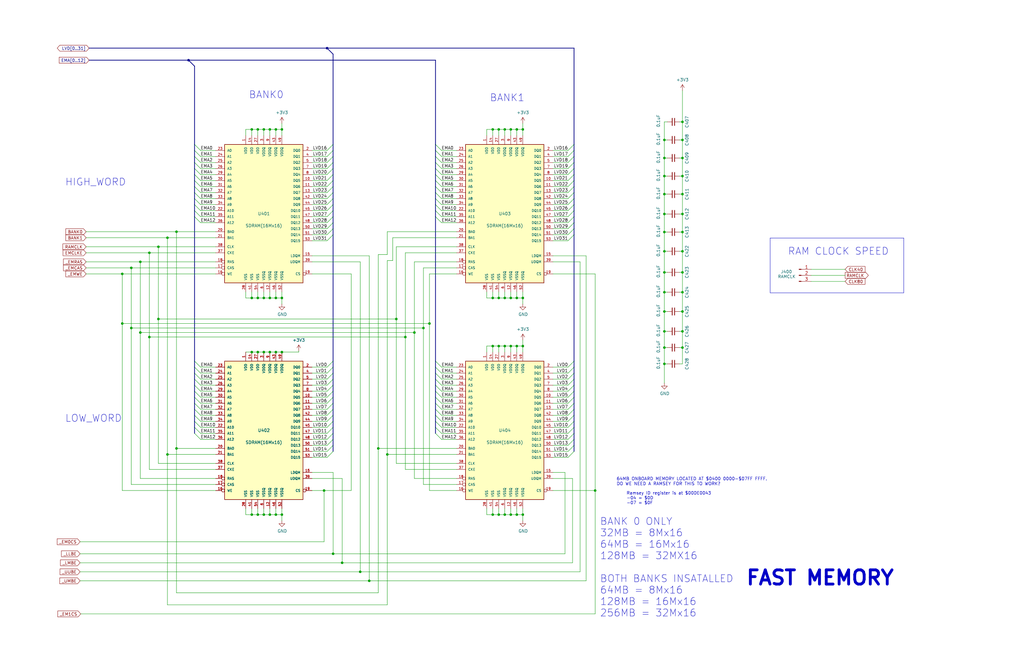
<source format=kicad_sch>
(kicad_sch (version 20230121) (generator eeschema)
  (paper "B")
  (title_block (title "AMIGA PCI") (date "2024-03-23") (rev "2.0"))
  (junction (at 280.162 59.055))
  (junction (at 155.702 245.11))
  (junction (at 113.792 217.17))
  (junction (at 210.312 125.73))
  (junction (at 106.172 217.17))
  (junction (at 118.872 148.59))
  (junction (at 287.782 146.685))
  (junction (at 287.782 97.917))
  (junction (at 210.312 54.61))
  (junction (at 217.932 125.73))
  (junction (at 108.712 217.17))
  (junction (at 118.872 217.17))
  (junction (at 167.132 134.62))
  (junction (at 59.182 110.49))
  (junction (at 207.772 217.17))
  (junction (at 280.162 81.915))
  (junction (at 174.752 140.335))
  (junction (at 287.782 66.675))
  (junction (at 207.772 54.61))
  (junction (at 250.952 207.01))
  (junction (at 108.712 125.73))
  (junction (at 108.712 54.61))
  (junction (at 280.162 74.295))
  (junction (at 210.312 217.17))
  (junction (at 106.172 54.61))
  (junction (at 159.512 189.23))
  (junction (at 207.772 146.05))
  (junction (at 215.392 125.73))
  (junction (at 220.472 217.17))
  (junction (at 111.252 125.73))
  (junction (at 118.872 125.73))
  (junction (at 163.322 191.77))
  (junction (at 113.792 125.73))
  (junction (at 111.252 148.59))
  (junction (at 212.852 146.05))
  (junction (at 111.252 54.61))
  (junction (at 116.332 217.17))
  (junction (at 116.332 125.73))
  (junction (at 113.792 148.59))
  (junction (at 181.102 136.525))
  (junction (at 137.922 20.32))
  (junction (at 212.852 125.73))
  (junction (at 220.472 54.61))
  (junction (at 217.932 146.05))
  (junction (at 212.852 217.17))
  (junction (at 144.272 237.49))
  (junction (at 74.422 97.79))
  (junction (at 59.182 140.335))
  (junction (at 287.782 90.297))
  (junction (at 280.162 123.317))
  (junction (at 210.312 146.05))
  (junction (at 287.782 114.935))
  (junction (at 217.932 217.17))
  (junction (at 280.162 106.045))
  (junction (at 287.782 59.055))
  (junction (at 287.782 123.317))
  (junction (at 136.652 207.01))
  (junction (at 140.462 233.68))
  (junction (at 280.162 139.827))
  (junction (at 79.502 25.4))
  (junction (at 287.782 106.045))
  (junction (at 116.332 148.59))
  (junction (at 111.252 217.17))
  (junction (at 287.782 51.435))
  (junction (at 70.612 191.77))
  (junction (at 170.942 142.24))
  (junction (at 113.792 54.61))
  (junction (at 287.782 81.915))
  (junction (at 70.612 100.33))
  (junction (at 280.162 153.543))
  (junction (at 280.162 146.685))
  (junction (at 178.562 138.43))
  (junction (at 280.162 131.445))
  (junction (at 51.562 115.57))
  (junction (at 55.372 113.03))
  (junction (at 151.892 241.3))
  (junction (at 280.162 114.935))
  (junction (at 280.162 90.297))
  (junction (at 220.472 146.05))
  (junction (at 74.422 189.23))
  (junction (at 217.932 54.61))
  (junction (at 62.992 106.68))
  (junction (at 215.392 217.17))
  (junction (at 212.852 54.61))
  (junction (at 51.562 136.525))
  (junction (at 116.332 54.61))
  (junction (at 108.712 148.59))
  (junction (at 287.782 139.827))
  (junction (at 287.782 131.445))
  (junction (at 66.802 134.62))
  (junction (at 118.872 54.61))
  (junction (at 215.392 54.61))
  (junction (at 215.392 146.05))
  (junction (at 106.172 125.73))
  (junction (at 207.772 125.73))
  (junction (at 280.162 66.675))
  (junction (at 55.372 138.43))
  (junction (at 287.782 74.295))
  (junction (at 62.992 142.24))
  (junction (at 280.162 97.917))
  (junction (at 106.172 148.59))
  (junction (at 220.472 125.73))
  (junction (at 66.802 104.14))
  (bus_entry (at 137.922 99.06) (size 2.54 -2.54))
  (bus_entry (at 84.582 175.26) (size -2.54 -2.54))
  (bus_entry (at 186.182 83.82) (size -2.54 -2.54))
  (bus_entry (at 239.522 101.6) (size 2.54 -2.54))
  (bus_entry (at 84.582 160.02) (size -2.54 -2.54))
  (bus_entry (at 84.582 180.34) (size -2.54 -2.54))
  (bus_entry (at 186.182 162.56) (size -2.54 -2.54))
  (bus_entry (at 239.522 190.5) (size 2.54 -2.54))
  (bus_entry (at 137.922 96.52) (size 2.54 -2.54))
  (bus_entry (at 84.582 88.9) (size -2.54 -2.54))
  (bus_entry (at 239.522 185.42) (size 2.54 -2.54))
  (bus_entry (at 186.182 170.18) (size -2.54 -2.54))
  (bus_entry (at 186.182 185.42) (size -2.54 -2.54))
  (bus_entry (at 84.582 185.42) (size -2.54 -2.54))
  (bus_entry (at 137.922 162.56) (size 2.54 -2.54))
  (bus_entry (at 186.182 81.28) (size -2.54 -2.54))
  (bus_entry (at 137.922 193.04) (size 2.54 -2.54))
  (bus_entry (at 84.582 154.94) (size -2.54 -2.54))
  (bus_entry (at 137.922 88.9) (size 2.54 -2.54))
  (bus_entry (at 137.922 66.04) (size 2.54 -2.54))
  (bus_entry (at 84.582 91.44) (size -2.54 -2.54))
  (bus_entry (at 186.182 88.9) (size -2.54 -2.54))
  (bus_entry (at 239.522 66.04) (size 2.54 -2.54))
  (bus_entry (at 137.922 63.5) (size 2.54 -2.54))
  (bus_entry (at 84.582 157.48) (size -2.54 -2.54))
  (bus_entry (at 186.182 78.74) (size -2.54 -2.54))
  (bus_entry (at 239.522 177.8) (size 2.54 -2.54))
  (bus_entry (at 186.182 167.64) (size -2.54 -2.54))
  (bus_entry (at 137.922 165.1) (size 2.54 -2.54))
  (bus_entry (at 186.182 86.36) (size -2.54 -2.54))
  (bus_entry (at 186.182 165.1) (size -2.54 -2.54))
  (bus_entry (at 137.922 71.12) (size 2.54 -2.54))
  (bus_entry (at 239.522 93.98) (size 2.54 -2.54))
  (bus_entry (at 137.922 185.42) (size 2.54 -2.54))
  (bus_entry (at 186.182 157.48) (size -2.54 -2.54))
  (bus_entry (at 84.582 177.8) (size -2.54 -2.54))
  (bus_entry (at 239.522 187.96) (size 2.54 -2.54))
  (bus_entry (at 137.922 76.2) (size 2.54 -2.54))
  (bus_entry (at 84.582 76.2) (size -2.54 -2.54))
  (bus_entry (at 137.922 167.64) (size 2.54 -2.54))
  (bus_entry (at 137.922 83.82) (size 2.54 -2.54))
  (bus_entry (at 186.182 71.12) (size -2.54 -2.54))
  (bus_entry (at 239.522 81.28) (size 2.54 -2.54))
  (bus_entry (at 186.182 172.72) (size -2.54 -2.54))
  (bus_entry (at 239.522 68.58) (size 2.54 -2.54))
  (bus_entry (at 239.522 160.02) (size 2.54 -2.54))
  (bus_entry (at 186.182 66.04) (size -2.54 -2.54))
  (bus_entry (at 239.522 99.06) (size 2.54 -2.54))
  (bus_entry (at 84.582 165.1) (size -2.54 -2.54))
  (bus_entry (at 84.582 172.72) (size -2.54 -2.54))
  (bus_entry (at 84.582 93.98) (size -2.54 -2.54))
  (bus_entry (at 186.182 76.2) (size -2.54 -2.54))
  (bus_entry (at 137.922 187.96) (size 2.54 -2.54))
  (bus_entry (at 137.922 93.98) (size 2.54 -2.54))
  (bus_entry (at 84.582 73.66) (size -2.54 -2.54))
  (bus_entry (at 239.522 157.48) (size 2.54 -2.54))
  (bus_entry (at 239.522 167.64) (size 2.54 -2.54))
  (bus_entry (at 186.182 63.5) (size -2.54 -2.54))
  (bus_entry (at 137.922 160.02) (size 2.54 -2.54))
  (bus_entry (at 186.182 175.26) (size -2.54 -2.54))
  (bus_entry (at 137.922 91.44) (size 2.54 -2.54))
  (bus_entry (at 239.522 76.2) (size 2.54 -2.54))
  (bus_entry (at 186.182 93.98) (size -2.54 -2.54))
  (bus_entry (at 239.522 175.26) (size 2.54 -2.54))
  (bus_entry (at 84.582 162.56) (size -2.54 -2.54))
  (bus_entry (at 239.522 96.52) (size 2.54 -2.54))
  (bus_entry (at 239.522 182.88) (size 2.54 -2.54))
  (bus_entry (at 137.922 172.72) (size 2.54 -2.54))
  (bus_entry (at 186.182 73.66) (size -2.54 -2.54))
  (bus_entry (at 239.522 63.5) (size 2.54 -2.54))
  (bus_entry (at 137.922 73.66) (size 2.54 -2.54))
  (bus_entry (at 84.582 81.28) (size -2.54 -2.54))
  (bus_entry (at 84.582 170.18) (size -2.54 -2.54))
  (bus_entry (at 186.182 68.58) (size -2.54 -2.54))
  (bus_entry (at 137.922 81.28) (size 2.54 -2.54))
  (bus_entry (at 239.522 83.82) (size 2.54 -2.54))
  (bus_entry (at 239.522 154.94) (size 2.54 -2.54))
  (bus_entry (at 239.522 88.9) (size 2.54 -2.54))
  (bus_entry (at 137.922 170.18) (size 2.54 -2.54))
  (bus_entry (at 137.922 154.94) (size 2.54 -2.54))
  (bus_entry (at 239.522 73.66) (size 2.54 -2.54))
  (bus_entry (at 186.182 177.8) (size -2.54 -2.54))
  (bus_entry (at 84.582 63.5) (size -2.54 -2.54))
  (bus_entry (at 239.522 71.12) (size 2.54 -2.54))
  (bus_entry (at 239.522 180.34) (size 2.54 -2.54))
  (bus_entry (at 84.582 71.12) (size -2.54 -2.54))
  (bus_entry (at 137.922 86.36) (size 2.54 -2.54))
  (bus_entry (at 186.182 154.94) (size -2.54 -2.54))
  (bus_entry (at 186.182 182.88) (size -2.54 -2.54))
  (bus_entry (at 84.582 78.74) (size -2.54 -2.54))
  (bus_entry (at 186.182 160.02) (size -2.54 -2.54))
  (bus_entry (at 137.922 180.34) (size 2.54 -2.54))
  (bus_entry (at 137.922 157.48) (size 2.54 -2.54))
  (bus_entry (at 239.522 172.72) (size 2.54 -2.54))
  (bus_entry (at 84.582 86.36) (size -2.54 -2.54))
  (bus_entry (at 186.182 180.34) (size -2.54 -2.54))
  (bus_entry (at 84.582 66.04) (size -2.54 -2.54))
  (bus_entry (at 137.922 78.74) (size 2.54 -2.54))
  (bus_entry (at 84.582 167.64) (size -2.54 -2.54))
  (bus_entry (at 239.522 86.36) (size 2.54 -2.54))
  (bus_entry (at 239.522 165.1) (size 2.54 -2.54))
  (bus_entry (at 137.922 68.58) (size 2.54 -2.54))
  (bus_entry (at 239.522 170.18) (size 2.54 -2.54))
  (bus_entry (at 239.522 193.04) (size 2.54 -2.54))
  (bus_entry (at 137.922 101.6) (size 2.54 -2.54))
  (bus_entry (at 239.522 162.56) (size 2.54 -2.54))
  (bus_entry (at 186.182 91.44) (size -2.54 -2.54))
  (bus_entry (at 239.522 78.74) (size 2.54 -2.54))
  (bus_entry (at 84.582 83.82) (size -2.54 -2.54))
  (bus_entry (at 137.922 175.26) (size 2.54 -2.54))
  (bus_entry (at 137.922 177.8) (size 2.54 -2.54))
  (bus_entry (at 137.922 182.88) (size 2.54 -2.54))
  (bus_entry (at 84.582 68.58) (size -2.54 -2.54))
  (bus_entry (at 84.582 182.88) (size -2.54 -2.54))
  (bus_entry (at 137.922 190.5) (size 2.54 -2.54))
  (bus_entry (at 239.522 91.44) (size 2.54 -2.54))
  (wire (pts (xy 131.572 157.48) (xy 137.922 157.48)))
  (wire (pts (xy 192.532 157.48) (xy 186.182 157.48)))
  (wire (pts (xy 118.872 125.73) (xy 118.872 123.19)))
  (bus (pts (xy 242.062 99.06) (xy 242.062 152.4)))
  (wire (pts (xy 140.462 233.68) (xy 33.782 233.68)))
  (wire (pts (xy 280.162 90.297) (xy 281.432 90.297)))
  (bus (pts (xy 183.642 25.4) (xy 183.642 60.96)))
  (wire (pts (xy 111.252 148.59) (xy 113.792 148.59)))
  (wire (pts (xy 106.172 125.73) (xy 108.712 125.73)))
  (wire (pts (xy 131.572 207.01) (xy 136.652 207.01)))
  (bus (pts (xy 140.462 187.96) (xy 140.462 190.5)))
  (wire (pts (xy 111.252 123.19) (xy 111.252 125.73)))
  (bus (pts (xy 242.062 78.74) (xy 242.062 81.28)))
  (wire (pts (xy 55.372 113.03) (xy 90.932 113.03)))
  (bus (pts (xy 140.462 157.48) (xy 140.462 160.02)))
  (wire (pts (xy 106.172 57.15) (xy 106.172 54.61)))
  (wire (pts (xy 212.852 125.73) (xy 215.392 125.73)))
  (bus (pts (xy 183.642 88.9) (xy 183.642 91.44)))
  (wire (pts (xy 90.932 162.56) (xy 84.582 162.56)))
  (wire (pts (xy 287.782 146.685) (xy 287.782 153.543)))
  (wire (pts (xy 280.162 59.055) (xy 281.432 59.055)))
  (wire (pts (xy 233.172 182.88) (xy 239.522 182.88)))
  (wire (pts (xy 233.172 157.48) (xy 239.522 157.48)))
  (wire (pts (xy 220.472 57.15) (xy 220.472 54.61)))
  (bus (pts (xy 140.462 22.86) (xy 140.462 60.96)))
  (wire (pts (xy 215.392 54.61) (xy 217.932 54.61)))
  (wire (pts (xy 131.572 201.93) (xy 144.272 201.93)))
  (wire (pts (xy 108.712 217.17) (xy 111.252 217.17)))
  (bus (pts (xy 183.642 71.12) (xy 183.642 73.66)))
  (bus (pts (xy 183.642 165.1) (xy 183.642 167.64)))
  (wire (pts (xy 155.702 107.95) (xy 155.702 245.11)))
  (wire (pts (xy 167.132 134.62) (xy 167.132 195.58)))
  (bus (pts (xy 140.462 93.98) (xy 140.462 96.52)))
  (wire (pts (xy 280.162 81.915) (xy 281.432 81.915)))
  (wire (pts (xy 280.162 81.915) (xy 280.162 90.297)))
  (wire (pts (xy 90.932 68.58) (xy 84.582 68.58)))
  (wire (pts (xy 108.712 148.59) (xy 111.252 148.59)))
  (wire (pts (xy 90.932 66.04) (xy 84.582 66.04)))
  (wire (pts (xy 163.322 107.442) (xy 159.512 107.442)))
  (wire (pts (xy 233.172 154.94) (xy 239.522 154.94)))
  (bus (pts (xy 242.062 185.42) (xy 242.062 187.96)))
  (wire (pts (xy 207.772 217.17) (xy 210.312 217.17)))
  (wire (pts (xy 170.942 106.68) (xy 170.942 142.24)))
  (wire (pts (xy 210.312 123.19) (xy 210.312 125.73)))
  (wire (pts (xy 131.572 172.72) (xy 137.922 172.72)))
  (wire (pts (xy 217.932 57.15) (xy 217.932 54.61)))
  (wire (pts (xy 207.772 123.19) (xy 207.772 125.73)))
  (bus (pts (xy 140.462 154.94) (xy 140.462 157.48)))
  (bus (pts (xy 242.062 180.34) (xy 242.062 182.88)))
  (wire (pts (xy 280.162 114.935) (xy 280.162 123.317)))
  (wire (pts (xy 59.182 140.335) (xy 174.752 140.335)))
  (wire (pts (xy 163.322 191.77) (xy 163.322 255.27)))
  (wire (pts (xy 192.532 73.66) (xy 186.182 73.66)))
  (wire (pts (xy 287.782 114.935) (xy 287.782 123.317)))
  (wire (pts (xy 233.172 96.52) (xy 239.522 96.52)))
  (wire (pts (xy 233.172 193.04) (xy 239.522 193.04)))
  (wire (pts (xy 286.512 123.317) (xy 287.782 123.317)))
  (wire (pts (xy 286.512 114.935) (xy 287.782 114.935)))
  (bus (pts (xy 183.642 170.18) (xy 183.642 172.72)))
  (wire (pts (xy 167.132 195.58) (xy 192.532 195.58)))
  (bus (pts (xy 242.062 177.8) (xy 242.062 180.34)))
  (bus (pts (xy 82.042 165.1) (xy 82.042 167.64)))
  (wire (pts (xy 66.802 195.58) (xy 66.802 134.62)))
  (bus (pts (xy 242.062 157.48) (xy 242.062 160.02)))
  (wire (pts (xy 51.562 115.57) (xy 36.322 115.57)))
  (wire (pts (xy 118.872 57.15) (xy 118.872 54.61)))
  (wire (pts (xy 287.782 51.435) (xy 287.782 59.055)))
  (wire (pts (xy 192.532 170.18) (xy 186.182 170.18)))
  (wire (pts (xy 286.512 131.445) (xy 287.782 131.445)))
  (wire (pts (xy 59.182 201.93) (xy 59.182 140.335)))
  (wire (pts (xy 131.572 107.95) (xy 155.702 107.95)))
  (wire (pts (xy 192.532 162.56) (xy 186.182 162.56)))
  (wire (pts (xy 90.932 63.5) (xy 84.582 63.5)))
  (wire (pts (xy 192.532 93.98) (xy 186.182 93.98)))
  (wire (pts (xy 205.232 123.19) (xy 205.232 125.73)))
  (bus (pts (xy 82.042 88.9) (xy 82.042 91.44)))
  (bus (pts (xy 183.642 180.34) (xy 183.642 182.88)))
  (wire (pts (xy 286.512 139.827) (xy 287.782 139.827)))
  (wire (pts (xy 233.172 185.42) (xy 239.522 185.42)))
  (wire (pts (xy 113.792 148.59) (xy 116.332 148.59)))
  (wire (pts (xy 215.392 123.19) (xy 215.392 125.73)))
  (wire (pts (xy 286.512 97.917) (xy 287.782 97.917)))
  (wire (pts (xy 192.532 204.47) (xy 178.562 204.47)))
  (wire (pts (xy 181.102 136.525) (xy 51.562 136.525)))
  (wire (pts (xy 131.572 99.06) (xy 137.922 99.06)))
  (wire (pts (xy 125.984 148.59) (xy 125.984 148.082)))
  (wire (pts (xy 217.932 54.61) (xy 220.472 54.61)))
  (wire (pts (xy 215.392 217.17) (xy 217.932 217.17)))
  (bus (pts (xy 242.062 20.32) (xy 242.062 60.96)))
  (wire (pts (xy 233.172 81.28) (xy 239.522 81.28)))
  (wire (pts (xy 342.011 118.745) (xy 356.362 118.745)))
  (bus (pts (xy 140.462 167.64) (xy 140.462 170.18)))
  (wire (pts (xy 280.162 97.917) (xy 281.432 97.917)))
  (wire (pts (xy 233.172 91.44) (xy 239.522 91.44)))
  (bus (pts (xy 242.062 182.88) (xy 242.062 185.42)))
  (bus (pts (xy 140.462 22.86) (xy 137.922 20.32)))
  (wire (pts (xy 90.932 91.44) (xy 84.582 91.44)))
  (wire (pts (xy 131.572 182.88) (xy 137.922 182.88)))
  (bus (pts (xy 183.642 167.64) (xy 183.642 170.18)))
  (wire (pts (xy 151.892 241.3) (xy 33.782 241.3)))
  (bus (pts (xy 183.642 63.5) (xy 183.642 66.04)))
  (wire (pts (xy 210.312 57.15) (xy 210.312 54.61)))
  (wire (pts (xy 280.162 114.935) (xy 281.432 114.935)))
  (wire (pts (xy 90.932 73.66) (xy 84.582 73.66)))
  (bus (pts (xy 140.462 162.56) (xy 140.462 165.1)))
  (bus (pts (xy 82.042 167.64) (xy 82.042 170.18)))
  (wire (pts (xy 131.572 66.04) (xy 137.922 66.04)))
  (wire (pts (xy 103.632 125.73) (xy 106.172 125.73)))
  (wire (pts (xy 62.992 142.24) (xy 170.942 142.24)))
  (wire (pts (xy 106.172 148.59) (xy 108.712 148.59)))
  (wire (pts (xy 118.872 148.59) (xy 125.984 148.59)))
  (wire (pts (xy 178.562 113.03) (xy 178.562 138.43)))
  (wire (pts (xy 212.852 146.05) (xy 215.392 146.05)))
  (bus (pts (xy 82.042 177.8) (xy 82.042 180.34)))
  (wire (pts (xy 131.572 78.74) (xy 137.922 78.74)))
  (bus (pts (xy 140.462 88.9) (xy 140.462 91.44)))
  (bus (pts (xy 140.462 73.66) (xy 140.462 76.2)))
  (wire (pts (xy 220.472 217.17) (xy 220.472 219.71)))
  (wire (pts (xy 280.162 123.317) (xy 280.162 131.445)))
  (wire (pts (xy 106.172 54.61) (xy 108.712 54.61)))
  (wire (pts (xy 192.532 201.93) (xy 174.752 201.93)))
  (wire (pts (xy 116.332 57.15) (xy 116.332 54.61)))
  (wire (pts (xy 280.162 74.295) (xy 280.162 81.915)))
  (wire (pts (xy 90.932 182.88) (xy 84.582 182.88)))
  (wire (pts (xy 233.172 76.2) (xy 239.522 76.2)))
  (wire (pts (xy 233.172 99.06) (xy 239.522 99.06)))
  (bus (pts (xy 242.062 160.02) (xy 242.062 162.56)))
  (wire (pts (xy 131.572 81.28) (xy 137.922 81.28)))
  (bus (pts (xy 242.062 170.18) (xy 242.062 172.72)))
  (wire (pts (xy 90.932 172.72) (xy 84.582 172.72)))
  (bus (pts (xy 140.462 180.34) (xy 140.462 182.88)))
  (wire (pts (xy 108.712 123.19) (xy 108.712 125.73)))
  (wire (pts (xy 205.232 146.05) (xy 207.772 146.05)))
  (wire (pts (xy 287.782 139.827) (xy 287.782 146.685)))
  (wire (pts (xy 51.562 136.525) (xy 51.562 207.01)))
  (bus (pts (xy 140.462 78.74) (xy 140.462 81.28)))
  (wire (pts (xy 103.632 214.63) (xy 103.632 217.17)))
  (wire (pts (xy 210.312 54.61) (xy 212.852 54.61)))
  (wire (pts (xy 192.532 165.1) (xy 186.182 165.1)))
  (wire (pts (xy 163.322 97.79) (xy 163.322 107.442)))
  (wire (pts (xy 167.132 104.14) (xy 167.132 134.62)))
  (wire (pts (xy 286.512 106.045) (xy 287.782 106.045)))
  (wire (pts (xy 220.472 148.59) (xy 220.472 146.05)))
  (bus (pts (xy 82.042 172.72) (xy 82.042 175.26)))
  (bus (pts (xy 82.042 66.04) (xy 82.042 68.58)))
  (wire (pts (xy 192.532 191.77) (xy 163.322 191.77)))
  (wire (pts (xy 90.932 100.33) (xy 70.612 100.33)))
  (wire (pts (xy 215.392 125.73) (xy 217.932 125.73)))
  (wire (pts (xy 192.532 104.14) (xy 167.132 104.14)))
  (wire (pts (xy 192.532 189.23) (xy 159.512 189.23)))
  (wire (pts (xy 233.172 63.5) (xy 239.522 63.5)))
  (wire (pts (xy 210.312 217.17) (xy 212.852 217.17)))
  (bus (pts (xy 140.462 86.36) (xy 140.462 88.9)))
  (wire (pts (xy 131.572 83.82) (xy 137.922 83.82)))
  (wire (pts (xy 111.252 57.15) (xy 111.252 54.61)))
  (wire (pts (xy 90.932 88.9) (xy 84.582 88.9)))
  (wire (pts (xy 131.572 185.42) (xy 137.922 185.42)))
  (wire (pts (xy 90.932 93.98) (xy 84.582 93.98)))
  (bus (pts (xy 82.042 81.28) (xy 82.042 83.82)))
  (wire (pts (xy 90.932 198.12) (xy 62.992 198.12)))
  (wire (pts (xy 70.612 191.77) (xy 70.612 100.33)))
  (wire (pts (xy 233.172 177.8) (xy 239.522 177.8)))
  (bus (pts (xy 82.042 68.58) (xy 82.042 71.12)))
  (wire (pts (xy 233.172 83.82) (xy 239.522 83.82)))
  (bus (pts (xy 242.062 93.98) (xy 242.062 96.52)))
  (bus (pts (xy 183.642 73.66) (xy 183.642 76.2)))
  (bus (pts (xy 140.462 170.18) (xy 140.462 172.72)))
  (wire (pts (xy 131.572 180.34) (xy 137.922 180.34)))
  (wire (pts (xy 280.162 74.295) (xy 281.432 74.295)))
  (wire (pts (xy 74.422 189.23) (xy 74.422 250.19)))
  (wire (pts (xy 212.852 217.17) (xy 215.392 217.17)))
  (wire (pts (xy 192.532 71.12) (xy 186.182 71.12)))
  (wire (pts (xy 286.512 74.295) (xy 287.782 74.295)))
  (wire (pts (xy 233.172 110.49) (xy 244.602 110.49)))
  (wire (pts (xy 207.772 54.61) (xy 210.312 54.61)))
  (wire (pts (xy 207.772 148.59) (xy 207.772 146.05)))
  (wire (pts (xy 215.392 214.63) (xy 215.392 217.17)))
  (wire (pts (xy 90.932 207.01) (xy 51.562 207.01)))
  (bus (pts (xy 82.042 154.94) (xy 82.042 157.48)))
  (wire (pts (xy 90.932 86.36) (xy 84.582 86.36)))
  (wire (pts (xy 116.332 54.61) (xy 118.872 54.61)))
  (wire (pts (xy 192.532 167.64) (xy 186.182 167.64)))
  (bus (pts (xy 82.042 27.94) (xy 79.502 25.4)))
  (wire (pts (xy 280.162 106.045) (xy 281.432 106.045)))
  (wire (pts (xy 113.792 214.63) (xy 113.792 217.17)))
  (wire (pts (xy 90.932 71.12) (xy 84.582 71.12)))
  (wire (pts (xy 233.172 162.56) (xy 239.522 162.56)))
  (wire (pts (xy 280.162 153.543) (xy 281.432 153.543)))
  (wire (pts (xy 233.172 78.74) (xy 239.522 78.74)))
  (wire (pts (xy 233.172 175.26) (xy 239.522 175.26)))
  (wire (pts (xy 192.532 68.58) (xy 186.182 68.58)))
  (wire (pts (xy 280.162 123.317) (xy 281.432 123.317)))
  (wire (pts (xy 212.852 54.61) (xy 215.392 54.61)))
  (wire (pts (xy 286.512 59.055) (xy 287.782 59.055)))
  (wire (pts (xy 181.102 136.525) (xy 181.102 207.01)))
  (wire (pts (xy 131.572 154.94) (xy 137.922 154.94)))
  (wire (pts (xy 51.562 115.57) (xy 51.562 136.525)))
  (wire (pts (xy 59.182 110.49) (xy 36.322 110.49)))
  (wire (pts (xy 106.172 217.17) (xy 108.712 217.17)))
  (bus (pts (xy 183.642 83.82) (xy 183.642 86.36)))
  (wire (pts (xy 241.427 237.49) (xy 241.427 201.93)))
  (wire (pts (xy 286.512 153.543) (xy 287.782 153.543)))
  (wire (pts (xy 131.572 73.66) (xy 137.922 73.66)))
  (wire (pts (xy 103.632 54.61) (xy 106.172 54.61)))
  (wire (pts (xy 111.252 214.63) (xy 111.252 217.17)))
  (bus (pts (xy 183.642 162.56) (xy 183.642 165.1)))
  (wire (pts (xy 36.322 113.03) (xy 55.372 113.03)))
  (wire (pts (xy 131.572 110.49) (xy 151.892 110.49)))
  (wire (pts (xy 233.172 167.64) (xy 239.522 167.64)))
  (wire (pts (xy 90.932 83.82) (xy 84.582 83.82)))
  (wire (pts (xy 90.932 160.02) (xy 84.582 160.02)))
  (bus (pts (xy 242.062 175.26) (xy 242.062 177.8)))
  (wire (pts (xy 108.712 214.63) (xy 108.712 217.17)))
  (wire (pts (xy 136.652 207.01) (xy 148.082 207.01)))
  (wire (pts (xy 280.162 153.543) (xy 280.162 146.685)))
  (wire (pts (xy 131.572 68.58) (xy 137.922 68.58)))
  (bus (pts (xy 140.462 66.04) (xy 140.462 68.58)))
  (wire (pts (xy 238.252 199.39) (xy 238.252 233.68)))
  (wire (pts (xy 217.932 148.59) (xy 217.932 146.05)))
  (bus (pts (xy 242.062 76.2) (xy 242.062 78.74)))
  (wire (pts (xy 131.572 170.18) (xy 137.922 170.18)))
  (wire (pts (xy 192.532 81.28) (xy 186.182 81.28)))
  (wire (pts (xy 192.532 76.2) (xy 186.182 76.2)))
  (wire (pts (xy 70.612 100.33) (xy 36.322 100.33)))
  (wire (pts (xy 90.932 170.18) (xy 84.582 170.18)))
  (wire (pts (xy 280.162 90.297) (xy 280.162 97.917)))
  (wire (pts (xy 287.782 106.045) (xy 287.782 114.935)))
  (bus (pts (xy 183.642 160.02) (xy 183.642 162.56)))
  (wire (pts (xy 90.932 195.58) (xy 66.802 195.58)))
  (bus (pts (xy 82.042 78.74) (xy 82.042 81.28)))
  (wire (pts (xy 192.532 180.34) (xy 186.182 180.34)))
  (wire (pts (xy 192.532 154.94) (xy 186.182 154.94)))
  (wire (pts (xy 113.792 217.17) (xy 116.332 217.17)))
  (wire (pts (xy 192.532 177.8) (xy 186.182 177.8)))
  (wire (pts (xy 192.532 172.72) (xy 186.182 172.72)))
  (bus (pts (xy 140.462 172.72) (xy 140.462 175.26)))
  (wire (pts (xy 210.312 148.59) (xy 210.312 146.05)))
  (bus (pts (xy 82.042 71.12) (xy 82.042 73.66)))
  (wire (pts (xy 233.172 66.04) (xy 239.522 66.04)))
  (wire (pts (xy 90.932 180.34) (xy 84.582 180.34)))
  (wire (pts (xy 212.852 123.19) (xy 212.852 125.73)))
  (bus (pts (xy 242.062 86.36) (xy 242.062 88.9)))
  (wire (pts (xy 131.572 190.5) (xy 137.922 190.5)))
  (wire (pts (xy 217.932 125.73) (xy 220.472 125.73)))
  (wire (pts (xy 217.932 123.19) (xy 217.932 125.73)))
  (wire (pts (xy 90.932 76.2) (xy 84.582 76.2)))
  (bus (pts (xy 242.062 71.12) (xy 242.062 73.66)))
  (wire (pts (xy 111.252 54.61) (xy 113.792 54.61)))
  (wire (pts (xy 192.532 63.5) (xy 186.182 63.5)))
  (bus (pts (xy 137.922 20.32) (xy 242.062 20.32)))
  (bus (pts (xy 82.042 170.18) (xy 82.042 172.72)))
  (wire (pts (xy 205.232 57.15) (xy 205.232 54.61)))
  (wire (pts (xy 55.372 204.47) (xy 55.372 138.43)))
  (bus (pts (xy 140.462 81.28) (xy 140.462 83.82)))
  (wire (pts (xy 131.572 71.12) (xy 137.922 71.12)))
  (wire (pts (xy 210.312 214.63) (xy 210.312 217.17)))
  (wire (pts (xy 181.102 115.57) (xy 181.102 136.525)))
  (wire (pts (xy 192.532 175.26) (xy 186.182 175.26)))
  (wire (pts (xy 131.572 91.44) (xy 137.922 91.44)))
  (wire (pts (xy 280.162 139.827) (xy 281.432 139.827)))
  (wire (pts (xy 207.772 146.05) (xy 210.312 146.05)))
  (bus (pts (xy 183.642 66.04) (xy 183.642 68.58)))
  (wire (pts (xy 280.162 51.435) (xy 281.432 51.435)))
  (wire (pts (xy 215.392 57.15) (xy 215.392 54.61)))
  (wire (pts (xy 178.562 138.43) (xy 178.562 204.47)))
  (wire (pts (xy 90.932 97.79) (xy 74.422 97.79)))
  (wire (pts (xy 342.011 116.205) (xy 356.362 116.205)))
  (wire (pts (xy 233.172 190.5) (xy 239.522 190.5)))
  (wire (pts (xy 287.782 66.675) (xy 287.782 74.295)))
  (wire (pts (xy 131.572 93.98) (xy 137.922 93.98)))
  (wire (pts (xy 210.312 125.73) (xy 212.852 125.73)))
  (wire (pts (xy 280.162 66.675) (xy 280.162 74.295)))
  (wire (pts (xy 90.932 167.64) (xy 84.582 167.64)))
  (bus (pts (xy 140.462 91.44) (xy 140.462 93.98)))
  (wire (pts (xy 113.792 125.73) (xy 116.332 125.73)))
  (bus (pts (xy 242.062 96.52) (xy 242.062 99.06)))
  (wire (pts (xy 247.142 245.11) (xy 247.142 107.95)))
  (wire (pts (xy 70.612 191.77) (xy 70.612 255.27)))
  (wire (pts (xy 233.172 201.93) (xy 241.427 201.93)))
  (bus (pts (xy 242.062 152.4) (xy 242.062 154.94)))
  (bus (pts (xy 183.642 157.48) (xy 183.642 160.02)))
  (wire (pts (xy 131.572 96.52) (xy 137.922 96.52)))
  (bus (pts (xy 140.462 160.02) (xy 140.462 162.56)))
  (bus (pts (xy 242.062 162.56) (xy 242.062 165.1)))
  (wire (pts (xy 155.702 245.11) (xy 33.782 245.11)))
  (wire (pts (xy 207.772 214.63) (xy 207.772 217.17)))
  (wire (pts (xy 280.162 131.445) (xy 280.162 139.827)))
  (wire (pts (xy 217.932 217.17) (xy 220.472 217.17)))
  (wire (pts (xy 192.532 78.74) (xy 186.182 78.74)))
  (bus (pts (xy 140.462 76.2) (xy 140.462 78.74)))
  (wire (pts (xy 170.942 142.24) (xy 170.942 198.12)))
  (bus (pts (xy 82.042 91.44) (xy 82.042 152.4)))
  (wire (pts (xy 165.608 100.33) (xy 165.608 109.982)))
  (bus (pts (xy 242.062 83.82) (xy 242.062 86.36)))
  (wire (pts (xy 280.162 139.827) (xy 280.162 146.685)))
  (wire (pts (xy 233.172 73.66) (xy 239.522 73.66)))
  (wire (pts (xy 116.332 217.17) (xy 118.872 217.17)))
  (wire (pts (xy 90.932 201.93) (xy 59.182 201.93)))
  (wire (pts (xy 118.872 125.73) (xy 118.872 128.27)))
  (wire (pts (xy 280.162 59.055) (xy 280.162 66.675)))
  (wire (pts (xy 90.932 157.48) (xy 84.582 157.48)))
  (bus (pts (xy 183.642 175.26) (xy 183.642 177.8)))
  (wire (pts (xy 192.532 198.12) (xy 170.942 198.12)))
  (bus (pts (xy 242.062 91.44) (xy 242.062 93.98)))
  (wire (pts (xy 136.652 228.6) (xy 33.782 228.6)))
  (bus (pts (xy 82.042 63.5) (xy 82.042 66.04)))
  (wire (pts (xy 192.532 66.04) (xy 186.182 66.04)))
  (wire (pts (xy 192.532 91.44) (xy 186.182 91.44)))
  (wire (pts (xy 287.782 97.917) (xy 287.782 106.045)))
  (bus (pts (xy 82.042 160.02) (xy 82.042 162.56)))
  (wire (pts (xy 250.952 207.01) (xy 250.952 259.08)))
  (bus (pts (xy 242.062 154.94) (xy 242.062 157.48)))
  (bus (pts (xy 183.642 86.36) (xy 183.642 88.9)))
  (wire (pts (xy 205.232 125.73) (xy 207.772 125.73)))
  (wire (pts (xy 116.332 148.59) (xy 118.872 148.59)))
  (wire (pts (xy 90.932 104.14) (xy 66.802 104.14)))
  (wire (pts (xy 220.472 146.05) (xy 220.472 143.51)))
  (bus (pts (xy 82.042 157.48) (xy 82.042 160.02)))
  (wire (pts (xy 244.602 241.3) (xy 244.602 110.49)))
  (wire (pts (xy 66.802 104.14) (xy 36.322 104.14)))
  (wire (pts (xy 174.752 110.49) (xy 174.752 140.335)))
  (bus (pts (xy 242.062 88.9) (xy 242.062 91.44)))
  (wire (pts (xy 74.422 97.79) (xy 36.322 97.79)))
  (wire (pts (xy 163.322 97.79) (xy 192.532 97.79)))
  (wire (pts (xy 34.036 259.08) (xy 250.952 259.08)))
  (bus (pts (xy 140.462 165.1) (xy 140.462 167.64)))
  (wire (pts (xy 192.532 83.82) (xy 186.182 83.82)))
  (wire (pts (xy 212.852 57.15) (xy 212.852 54.61)))
  (bus (pts (xy 242.062 73.66) (xy 242.062 76.2)))
  (wire (pts (xy 205.232 54.61) (xy 207.772 54.61)))
  (wire (pts (xy 192.532 207.01) (xy 181.102 207.01)))
  (wire (pts (xy 280.162 131.445) (xy 281.432 131.445)))
  (wire (pts (xy 233.172 187.96) (xy 239.522 187.96)))
  (wire (pts (xy 233.172 107.95) (xy 247.142 107.95)))
  (wire (pts (xy 287.782 131.445) (xy 287.782 139.827)))
  (bus (pts (xy 82.042 27.94) (xy 82.042 60.96)))
  (wire (pts (xy 286.512 146.685) (xy 287.782 146.685)))
  (wire (pts (xy 103.632 57.15) (xy 103.632 54.61)))
  (wire (pts (xy 113.792 123.19) (xy 113.792 125.73)))
  (bus (pts (xy 79.502 25.4) (xy 183.642 25.4)))
  (wire (pts (xy 233.172 180.34) (xy 239.522 180.34)))
  (wire (pts (xy 192.532 88.9) (xy 186.182 88.9)))
  (wire (pts (xy 286.512 51.435) (xy 287.782 51.435)))
  (wire (pts (xy 148.082 207.01) (xy 148.082 115.57)))
  (bus (pts (xy 242.062 66.04) (xy 242.062 68.58)))
  (wire (pts (xy 90.932 81.28) (xy 84.582 81.28)))
  (wire (pts (xy 280.162 51.435) (xy 280.162 59.055)))
  (wire (pts (xy 131.572 101.6) (xy 137.922 101.6)))
  (wire (pts (xy 192.532 160.02) (xy 186.182 160.02)))
  (wire (pts (xy 90.932 115.57) (xy 51.562 115.57)))
  (bus (pts (xy 183.642 91.44) (xy 183.642 152.4)))
  (wire (pts (xy 116.332 214.63) (xy 116.332 217.17)))
  (bus (pts (xy 140.462 71.12) (xy 140.462 73.66)))
  (wire (pts (xy 207.772 57.15) (xy 207.772 54.61)))
  (bus (pts (xy 37.592 25.4) (xy 79.502 25.4)))
  (wire (pts (xy 233.172 101.6) (xy 239.522 101.6)))
  (wire (pts (xy 62.992 106.68) (xy 36.322 106.68)))
  (wire (pts (xy 159.512 250.19) (xy 74.422 250.19)))
  (wire (pts (xy 151.892 110.49) (xy 151.892 241.3)))
  (bus (pts (xy 183.642 154.94) (xy 183.642 157.48)))
  (wire (pts (xy 90.932 154.94) (xy 84.582 154.94)))
  (wire (pts (xy 212.852 214.63) (xy 212.852 217.17)))
  (bus (pts (xy 140.462 185.42) (xy 140.462 187.96)))
  (wire (pts (xy 220.472 125.73) (xy 220.472 128.27)))
  (wire (pts (xy 131.572 167.64) (xy 137.922 167.64)))
  (wire (pts (xy 280.162 97.917) (xy 280.162 106.045)))
  (wire (pts (xy 233.172 172.72) (xy 239.522 172.72)))
  (wire (pts (xy 62.992 142.24) (xy 62.992 106.68)))
  (wire (pts (xy 136.652 207.01) (xy 136.652 228.6)))
  (bus (pts (xy 242.062 167.64) (xy 242.062 170.18)))
  (wire (pts (xy 220.472 217.17) (xy 220.472 214.63)))
  (bus (pts (xy 82.042 76.2) (xy 82.042 78.74)))
  (wire (pts (xy 287.782 90.297) (xy 287.782 97.917)))
  (wire (pts (xy 90.932 185.42) (xy 84.582 185.42)))
  (wire (pts (xy 215.392 148.59) (xy 215.392 146.05)))
  (wire (pts (xy 192.532 86.36) (xy 186.182 86.36)))
  (wire (pts (xy 90.932 175.26) (xy 84.582 175.26)))
  (bus (pts (xy 82.042 86.36) (xy 82.042 88.9)))
  (bus (pts (xy 82.042 180.34) (xy 82.042 182.88)))
  (wire (pts (xy 210.312 146.05) (xy 212.852 146.05)))
  (wire (pts (xy 118.872 54.61) (xy 118.872 52.07)))
  (wire (pts (xy 55.372 138.43) (xy 178.562 138.43)))
  (bus (pts (xy 183.642 68.58) (xy 183.642 71.12)))
  (wire (pts (xy 90.932 177.8) (xy 84.582 177.8)))
  (bus (pts (xy 242.062 63.5) (xy 242.062 66.04)))
  (wire (pts (xy 233.172 165.1) (xy 239.522 165.1)))
  (wire (pts (xy 116.332 123.19) (xy 116.332 125.73)))
  (wire (pts (xy 233.172 93.98) (xy 239.522 93.98)))
  (bus (pts (xy 82.042 152.4) (xy 82.042 154.94)))
  (bus (pts (xy 140.462 60.96) (xy 140.462 63.5)))
  (wire (pts (xy 287.782 38.227) (xy 287.782 51.435)))
  (bus (pts (xy 242.062 60.96) (xy 242.062 63.5)))
  (wire (pts (xy 62.992 198.12) (xy 62.992 142.24)))
  (bus (pts (xy 140.462 182.88) (xy 140.462 185.42)))
  (wire (pts (xy 192.532 115.57) (xy 181.102 115.57)))
  (wire (pts (xy 90.932 78.74) (xy 84.582 78.74)))
  (wire (pts (xy 217.932 146.05) (xy 220.472 146.05)))
  (bus (pts (xy 82.042 162.56) (xy 82.042 165.1)))
  (wire (pts (xy 192.532 113.03) (xy 178.562 113.03)))
  (wire (pts (xy 108.712 57.15) (xy 108.712 54.61)))
  (bus (pts (xy 140.462 175.26) (xy 140.462 177.8)))
  (wire (pts (xy 286.512 90.297) (xy 287.782 90.297)))
  (wire (pts (xy 205.232 217.17) (xy 207.772 217.17)))
  (bus (pts (xy 242.062 68.58) (xy 242.062 71.12)))
  (wire (pts (xy 55.372 138.43) (xy 55.372 113.03)))
  (wire (pts (xy 159.512 189.23) (xy 159.512 250.19)))
  (wire (pts (xy 233.172 115.57) (xy 250.952 115.57)))
  (wire (pts (xy 111.252 217.17) (xy 113.792 217.17)))
  (bus (pts (xy 183.642 60.96) (xy 183.642 63.5)))
  (wire (pts (xy 131.572 175.26) (xy 137.922 175.26)))
  (wire (pts (xy 131.572 177.8) (xy 137.922 177.8)))
  (bus (pts (xy 140.462 63.5) (xy 140.462 66.04)))
  (wire (pts (xy 108.712 125.73) (xy 111.252 125.73)))
  (bus (pts (xy 82.042 175.26) (xy 82.042 177.8)))
  (wire (pts (xy 131.572 86.36) (xy 137.922 86.36)))
  (bus (pts (xy 242.062 165.1) (xy 242.062 167.64)))
  (bus (pts (xy 242.062 187.96) (xy 242.062 190.5)))
  (wire (pts (xy 131.572 187.96) (xy 137.922 187.96)))
  (wire (pts (xy 233.172 160.02) (xy 239.522 160.02)))
  (wire (pts (xy 140.462 199.39) (xy 140.462 233.68)))
  (wire (pts (xy 131.572 199.39) (xy 140.462 199.39)))
  (wire (pts (xy 90.932 189.23) (xy 74.422 189.23)))
  (wire (pts (xy 103.632 217.17) (xy 106.172 217.17)))
  (wire (pts (xy 220.472 54.61) (xy 220.472 52.07)))
  (wire (pts (xy 233.172 170.18) (xy 239.522 170.18)))
  (bus (pts (xy 140.462 68.58) (xy 140.462 71.12)))
  (wire (pts (xy 165.608 109.982) (xy 163.322 109.982)))
  (wire (pts (xy 192.532 185.42) (xy 186.182 185.42)))
  (wire (pts (xy 59.182 140.335) (xy 59.182 110.49)))
  (bus (pts (xy 242.062 172.72) (xy 242.062 175.26)))
  (wire (pts (xy 108.712 54.61) (xy 111.252 54.61)))
  (wire (pts (xy 74.422 189.23) (xy 74.422 97.79)))
  (wire (pts (xy 103.632 123.19) (xy 103.632 125.73)))
  (bus (pts (xy 140.462 99.06) (xy 140.462 152.4)))
  (wire (pts (xy 215.392 146.05) (xy 217.932 146.05)))
  (wire (pts (xy 144.272 237.49) (xy 33.782 237.49)))
  (wire (pts (xy 233.172 71.12) (xy 239.522 71.12)))
  (wire (pts (xy 287.782 59.055) (xy 287.782 66.675)))
  (wire (pts (xy 144.272 237.49) (xy 241.427 237.49)))
  (wire (pts (xy 66.802 134.62) (xy 66.802 104.14)))
  (wire (pts (xy 287.782 123.317) (xy 287.782 131.445)))
  (wire (pts (xy 250.952 115.57) (xy 250.952 207.01)))
  (bus (pts (xy 183.642 172.72) (xy 183.642 175.26)))
  (wire (pts (xy 131.572 162.56) (xy 137.922 162.56)))
  (wire (pts (xy 205.232 214.63) (xy 205.232 217.17)))
  (wire (pts (xy 233.172 207.01) (xy 250.952 207.01)))
  (wire (pts (xy 70.612 255.27) (xy 163.322 255.27)))
  (wire (pts (xy 113.792 57.15) (xy 113.792 54.61)))
  (wire (pts (xy 280.162 146.685) (xy 281.432 146.685)))
  (bus (pts (xy 140.462 177.8) (xy 140.462 180.34)))
  (wire (pts (xy 212.852 148.59) (xy 212.852 146.05)))
  (wire (pts (xy 155.702 245.11) (xy 247.142 245.11)))
  (wire (pts (xy 151.892 241.3) (xy 244.602 241.3)))
  (wire (pts (xy 118.872 217.17) (xy 118.872 219.71)))
  (bus (pts (xy 140.462 152.4) (xy 140.462 154.94)))
  (wire (pts (xy 280.162 66.675) (xy 281.432 66.675)))
  (wire (pts (xy 220.472 125.73) (xy 220.472 123.19)))
  (wire (pts (xy 174.752 140.335) (xy 174.752 201.93)))
  (wire (pts (xy 287.782 74.295) (xy 287.782 81.915)))
  (wire (pts (xy 233.172 199.39) (xy 238.252 199.39)))
  (bus (pts (xy 37.592 20.32) (xy 137.922 20.32)))
  (wire (pts (xy 131.572 63.5) (xy 137.922 63.5)))
  (wire (pts (xy 192.532 106.68) (xy 170.942 106.68)))
  (bus (pts (xy 183.642 78.74) (xy 183.642 81.28)))
  (bus (pts (xy 183.642 152.4) (xy 183.642 154.94)))
  (bus (pts (xy 183.642 177.8) (xy 183.642 180.34)))
  (wire (pts (xy 192.532 110.49) (xy 174.752 110.49)))
  (wire (pts (xy 116.332 125.73) (xy 118.872 125.73)))
  (bus (pts (xy 140.462 83.82) (xy 140.462 86.36)))
  (wire (pts (xy 286.512 81.915) (xy 287.782 81.915)))
  (wire (pts (xy 233.172 68.58) (xy 239.522 68.58)))
  (wire (pts (xy 113.792 54.61) (xy 116.332 54.61)))
  (wire (pts (xy 217.932 214.63) (xy 217.932 217.17)))
  (wire (pts (xy 118.872 217.17) (xy 118.872 214.63)))
  (bus (pts (xy 82.042 60.96) (xy 82.042 63.5)))
  (bus (pts (xy 183.642 81.28) (xy 183.642 83.82)))
  (wire (pts (xy 90.932 165.1) (xy 84.582 165.1)))
  (bus (pts (xy 82.042 73.66) (xy 82.042 76.2)))
  (wire (pts (xy 286.512 66.675) (xy 287.782 66.675)))
  (wire (pts (xy 280.162 106.045) (xy 280.162 114.935)))
  (wire (pts (xy 131.572 193.04) (xy 137.922 193.04)))
  (wire (pts (xy 287.782 81.915) (xy 287.782 90.297)))
  (wire (pts (xy 131.572 76.2) (xy 137.922 76.2)))
  (wire (pts (xy 90.932 191.77) (xy 70.612 191.77)))
  (wire (pts (xy 131.572 165.1) (xy 137.922 165.1)))
  (wire (pts (xy 111.252 125.73) (xy 113.792 125.73)))
  (wire (pts (xy 233.172 86.36) (xy 239.522 86.36)))
  (wire (pts (xy 103.632 148.59) (xy 106.172 148.59)))
  (wire (pts (xy 131.572 160.02) (xy 137.922 160.02)))
  (wire (pts (xy 144.272 201.93) (xy 144.272 237.49)))
  (wire (pts (xy 90.932 204.47) (xy 55.372 204.47)))
  (wire (pts (xy 205.232 148.59) (xy 205.232 146.05)))
  (wire (pts (xy 131.572 88.9) (xy 137.922 88.9)))
  (wire (pts (xy 167.132 134.62) (xy 66.802 134.62)))
  (wire (pts (xy 90.932 106.68) (xy 62.992 106.68)))
  (wire (pts (xy 192.532 182.88) (xy 186.182 182.88)))
  (wire (pts (xy 233.172 88.9) (xy 239.522 88.9)))
  (wire (pts (xy 159.512 107.442) (xy 159.512 189.23)))
  (wire (pts (xy 106.172 214.63) (xy 106.172 217.17)))
  (wire (pts (xy 207.772 125.73) (xy 210.312 125.73)))
  (bus (pts (xy 183.642 76.2) (xy 183.642 78.74)))
  (wire (pts (xy 165.608 100.33) (xy 192.532 100.33)))
  (bus (pts (xy 140.462 96.52) (xy 140.462 99.06)))
  (bus (pts (xy 82.042 83.82) (xy 82.042 86.36)))
  (wire (pts (xy 163.322 109.982) (xy 163.322 191.77)))
  (wire (pts (xy 90.932 110.49) (xy 59.182 110.49)))
  (wire (pts (xy 342.011 113.665) (xy 356.362 113.665)))
  (bus (pts (xy 242.062 81.28) (xy 242.062 83.82)))
  (wire (pts (xy 140.462 233.68) (xy 238.252 233.68)))
  (wire (pts (xy 106.172 123.19) (xy 106.172 125.73)))
  (wire (pts (xy 280.162 161.671) (xy 280.162 153.543)))
  (wire (pts (xy 148.082 115.57) (xy 131.572 115.57)))
  (rectangle (start 324.739 100.457) (end 381.127 123.571))
  (text "BANK 0 ONLY\n32MB = 8Mx16\n64MB = 16Mx16\n128MB = 32MX16\n\nBOTH BANKS INSATALLED\n64MB = 8Mx16\n128MB = 16Mx16\n256MB = 32Mx16" (at 252.984 260.604 0) (effects (font (size 3 3)) (justify left bottom)))
  (text "RAM CLOCK SPEED" (at 332.232 107.95 0) (effects (font (size 3 3)) (justify left bottom)))
  (text "BANK1" (at 206.502 43.18 0) (effects (font (size 2.9972 2.9972)) (justify left bottom)))
  (text "FAST MEMORY" (at 314.198 247.523 0) (effects (font (size 6 6) (thickness 1.2) bold) (justify left bottom)))
  (text "64MB ONBOARD MEMORY LOCATED AT $0400 0000-$07FF FFFF.\nDO WE NEED A RAMSEY FOR THIS TO WORK?" (at 259.969 205.105 0) (effects (font (size 1.3 1.3)) (justify left bottom)))
  (text "BANK0" (at 104.902 41.91 0) (effects (font (size 2.9972 2.9972)) (justify left bottom)))
  (text "LOW_WORD" (at 27.432 178.435 0) (effects (font (size 2.9972 2.9972)) (justify left bottom)))
  (text "HIGH_WORD" (at 27.432 78.74 0) (effects (font (size 2.9972 2.9972)) (justify left bottom)))
  (text "Ramsey ID register is at $00DE0043\n-04 = $0D\n-07 = $0F" (at 264.16 213.106 0) (effects (font (size 1.27 1.27)) (justify left bottom)))
  (label "LVD11" (at 239.522 182.88 180))
  (label "LVD1" (at 239.522 157.48 180))
  (label "LVD16" (at 137.922 63.5 180))
  (label "LVD17" (at 239.522 66.04 180))
  (label "LVD11" (at 137.922 182.88 180))
  (label "EMA0" (at 186.182 63.5 0))
  (label "LVD7" (at 239.522 172.72 180))
  (label "EMA0" (at 84.582 63.5 0))
  (label "LVD6" (at 239.522 170.18 180))
  (label "LVD4" (at 137.922 165.1 180))
  (label "EMA9" (at 186.182 86.36 0))
  (label "EMA2" (at 84.582 68.58 0))
  (label "LVD19" (at 239.522 71.12 180))
  (label "LVD20" (at 137.922 73.66 180))
  (label "EMA7" (at 84.582 81.28 0))
  (label "EMA11" (at 186.182 182.88 0))
  (label "EMA8" (at 186.182 175.26 0))
  (label "EMA11" (at 84.582 182.88 0))
  (label "EMA2" (at 186.182 68.58 0))
  (label "EMA0" (at 186.182 154.94 0))
  (label "EMA6" (at 84.582 78.74 0))
  (label "LVD7" (at 137.922 172.72 180))
  (label "EMA7" (at 186.182 81.28 0))
  (label "LVD10" (at 137.922 180.34 180))
  (label "LVD28" (at 137.922 93.98 180))
  (label "EMA12" (at 186.182 93.98 0))
  (label "EMA4" (at 186.182 73.66 0))
  (label "LVD2" (at 137.922 160.02 180))
  (label "LVD31" (at 137.922 101.6 180))
  (label "LVD15" (at 239.522 193.04 180))
  (label "LVD9" (at 137.922 177.8 180))
  (label "LVD8" (at 239.522 175.26 180))
  (label "LVD4" (at 239.522 165.1 180))
  (label "EMA1" (at 84.582 66.04 0))
  (label "EMA1" (at 186.182 157.48 0))
  (label "LVD28" (at 239.522 93.98 180))
  (label "EMA10" (at 84.582 88.9 0))
  (label "LVD29" (at 239.522 96.52 180))
  (label "EMA8" (at 84.582 83.82 0))
  (label "EMA6" (at 84.582 170.18 0))
  (label "EMA11" (at 186.182 91.44 0))
  (label "EMA4" (at 84.582 165.1 0))
  (label "LVD13" (at 239.522 187.96 180))
  (label "EMA11" (at 84.582 91.44 0))
  (label "LVD31" (at 239.522 101.6 180))
  (label "LVD0" (at 137.922 154.94 180))
  (label "EMA0" (at 84.582 154.94 0))
  (label "LVD25" (at 239.522 86.36 180))
  (label "LVD16" (at 239.522 63.5 180))
  (label "EMA3" (at 84.582 71.12 0))
  (label "LVD30" (at 239.522 99.06 180))
  (label "LVD20" (at 239.522 73.66 180))
  (label "EMA9" (at 84.582 177.8 0))
  (label "LVD27" (at 239.522 91.44 180))
  (label "LVD24" (at 137.922 83.82 180))
  (label "EMA2" (at 84.582 160.02 0))
  (label "EMA4" (at 84.582 73.66 0))
  (label "EMA5" (at 186.182 167.64 0))
  (label "LVD6" (at 137.922 170.18 180))
  (label "LVD22" (at 137.922 78.74 180))
  (label "LVD29" (at 137.922 96.52 180))
  (label "EMA2" (at 186.182 160.02 0))
  (label "LVD26" (at 137.922 88.9 180))
  (label "EMA9" (at 84.582 86.36 0))
  (label "LVD3" (at 239.522 162.56 180))
  (label "EMA5" (at 186.182 76.2 0))
  (label "LVD24" (at 239.522 83.82 180))
  (label "LVD18" (at 239.522 68.58 180))
  (label "EMA12" (at 84.582 93.98 0))
  (label "EMA12" (at 186.182 185.42 0))
  (label "LVD14" (at 239.522 190.5 180))
  (label "EMA10" (at 186.182 180.34 0))
  (label "LVD21" (at 137.922 76.2 180))
  (label "LVD15" (at 137.922 193.04 180))
  (label "EMA3" (at 84.582 162.56 0))
  (label "LVD10" (at 239.522 180.34 180))
  (label "LVD12" (at 137.922 185.42 180))
  (label "LVD5" (at 137.922 167.64 180))
  (label "EMA12" (at 84.582 185.42 0))
  (label "LVD5" (at 239.522 167.64 180))
  (label "LVD25" (at 137.922 86.36 180))
  (label "LVD22" (at 239.522 78.74 180))
  (label "LVD9" (at 239.522 177.8 180))
  (label "LVD21" (at 239.522 76.2 180))
  (label "LVD2" (at 239.522 160.02 180))
  (label "EMA10" (at 84.582 180.34 0))
  (label "LVD14" (at 137.922 190.5 180))
  (label "LVD12" (at 239.522 185.42 180))
  (label "LVD27" (at 137.922 91.44 180))
  (label "EMA5" (at 84.582 76.2 0))
  (label "LVD0" (at 239.522 154.94 180))
  (label "EMA3" (at 186.182 71.12 0))
  (label "LVD8" (at 137.922 175.26 180))
  (label "LVD1" (at 137.922 157.48 180))
  (label "LVD13" (at 137.922 187.96 180))
  (label "LVD26" (at 239.522 88.9 180))
  (label "EMA7" (at 186.182 172.72 0))
  (label "EMA4" (at 186.182 165.1 0))
  (label "EMA3" (at 186.182 162.56 0))
  (label "EMA1" (at 186.182 66.04 0))
  (label "LVD18" (at 137.922 68.58 180))
  (label "LVD17" (at 137.922 66.04 180))
  (label "LVD23" (at 239.522 81.28 180))
  (label "LVD23" (at 137.922 81.28 180))
  (label "EMA6" (at 186.182 78.74 0))
  (label "EMA9" (at 186.182 177.8 0))
  (label "EMA5" (at 84.582 167.64 0))
  (label "EMA10" (at 186.182 88.9 0))
  (label "EMA7" (at 84.582 172.72 0))
  (label "LVD19" (at 137.922 71.12 180))
  (label "LVD3" (at 137.922 162.56 180))
  (label "EMA8" (at 186.182 83.82 0))
  (label "EMA6" (at 186.182 170.18 0))
  (label "EMA1" (at 84.582 157.48 0))
  (label "LVD30" (at 137.922 99.06 180))
  (label "EMA8" (at 84.582 175.26 0))
  (global_label "RAMCLK" (shape output) (at 356.362 116.205 0) (property "Intersheetrefs" "${INTERSHEET_REFS}" (at 366.7253 116.205 0) (effects (justify left))))
  (global_label "BANK1" (shape input) (at 36.322 100.33 180) (property "Intersheetrefs" "${INTERSHEET_REFS}" (at 27.8292 100.2506 0) (effects (justify right))))
  (global_label "EMA[0..12]" (shape input) (at 37.592 25.4 180) (property "Intersheetrefs" "${INTERSHEET_REFS}" (at 24.4657 25.4 0) (effects (justify right))))
  (global_label "CLK80" (shape input) (at 356.362 118.745 0) (property "Intersheetrefs" "${INTERSHEET_REFS}" (at 365.3343 118.745 0) (effects (justify left))))
  (global_label "_EMWE" (shape input) (at 36.322 115.57 180) (property "Intersheetrefs" "${INTERSHEET_REFS}" (at 27.8292 115.4906 0) (effects (justify right))))
  (global_label "_UUBE" (shape input) (at 33.782 241.3 180) (property "Intersheetrefs" "${INTERSHEET_REFS}" (at 24.8286 241.3 0) (effects (justify right))))
  (global_label "RAMCLK" (shape input) (at 36.322 104.14 180) (property "Intersheetrefs" "${INTERSHEET_REFS}" (at 27.432 104.013 0) (effects (justify right))))
  (global_label "_EM1CS" (shape input) (at 34.036 259.08 180) (property "Intersheetrefs" "${INTERSHEET_REFS}" (at 23.8732 259.08 0) (effects (justify right))))
  (global_label "BANK0" (shape input) (at 36.322 97.79 180) (property "Intersheetrefs" "${INTERSHEET_REFS}" (at 27.8292 97.7106 0) (effects (justify right))))
  (global_label "_LMBE" (shape input) (at 33.782 237.49 180) (property "Intersheetrefs" "${INTERSHEET_REFS}" (at 25.0101 237.49 0) (effects (justify right))))
  (global_label "LVD[0..31]" (shape bidirectional) (at 37.592 20.32 180) (property "Intersheetrefs" "${INTERSHEET_REFS}" (at 23.173 20.32 0) (effects (justify right))))
  (global_label "EMCLKE" (shape input) (at 36.322 106.68 180) (property "Intersheetrefs" "${INTERSHEET_REFS}" (at 26.6802 106.6006 0) (effects (justify right))))
  (global_label "CLK40" (shape input) (at 356.362 113.665 0) (property "Intersheetrefs" "${INTERSHEET_REFS}" (at 365.3343 113.665 0) (effects (justify left))))
  (global_label "_EMRAS" (shape input) (at 36.322 110.49 180) (property "Intersheetrefs" "${INTERSHEET_REFS}" (at 26.8616 110.4106 0) (effects (justify right))))
  (global_label "_EM0CS" (shape input) (at 33.782 228.6 180) (property "Intersheetrefs" "${INTERSHEET_REFS}" (at 23.6192 228.6 0) (effects (justify right))))
  (global_label "_LLBE" (shape input) (at 33.782 233.68 180) (property "Intersheetrefs" "${INTERSHEET_REFS}" (at 25.4334 233.68 0) (effects (justify right))))
  (global_label "_EMCAS" (shape input) (at 36.322 113.03 180) (property "Intersheetrefs" "${INTERSHEET_REFS}" (at 26.8616 112.9506 0) (effects (justify right))))
  (global_label "_UMBE" (shape input) (at 33.782 245.11 180) (property "Intersheetrefs" "${INTERSHEET_REFS}" (at 24.7077 245.11 0) (effects (justify right))))
  (symbol (lib_id "AmigaPCI-Symbols:SDRAM_256MB(16Mx16)") (at 111.252 181.61 0) (unit 1)
    (property "Reference" "U402" (at 111.252 181.61 0))
    (property "Value" "SDRAM(16Mx16)" (at 111.252 186.69 0))
    (property "Footprint" "Package_SO:TSOP-II-54_22.2x10.16mm_P0.8mm" (effects hide))
  )
  (symbol (lib_id "Device:C_Small") (at 283.972 97.917 270) (unit 1)
    (property "Reference" "C413" (at 289.687 95.377 0) (effects (justify left)))
    (property "Value" "0.1uF" (at 277.622 94.742 0) (effects (justify left)))
    (property "Footprint" "Capacitor_SMD:C_0603_1608Metric" (effects hide))
  )
  (symbol (lib_id "power:GND") (at 118.872 219.71 0) (unit 1)
    (property "Reference" "#PWR0198" (effects hide))
    (property "Value" "GND" (at 118.999 224.1042 0))
  )
  (symbol (lib_id "Device:C_Small") (at 283.972 146.685 270) (unit 1)
    (property "Reference" "C427" (at 289.687 144.145 0) (effects (justify left)))
    (property "Value" "0.1uF" (at 277.622 143.51 0) (effects (justify left)))
    (property "Footprint" "Capacitor_SMD:C_0603_1608Metric" (effects hide))
    (instances (project "AmigaPCI Mainboard" (path "" (reference "C427") (unit 1))) (project "N2360" (path "" (reference "C426") (unit 1))))
  )
  (symbol (lib_id "AmigaPCI-Symbols:SDRAM_256MB(16Mx16)") (at 212.852 181.61 0) (unit 1)
    (property "Reference" "U404" (at 212.852 181.61 0))
    (property "Value" "SDRAM(16Mx16)" (at 212.852 186.69 0))
    (property "Footprint" "Package_SO:TSOP-II-54_22.2x10.16mm_P0.8mm" (effects hide))
  )
  (symbol (lib_id "power:+3V3") (at 118.872 52.07 0) (unit 1)
    (property "Reference" "#PWR0190" (effects hide))
    (property "Value" "+3V3" (at 118.872 47.498 0))
  )
  (symbol (lib_id "Device:C_Small") (at 283.972 106.045 270) (unit 1)
    (property "Reference" "C422" (at 289.687 103.505 0) (effects (justify left)))
    (property "Value" "0.1uF" (at 277.622 102.87 0) (effects (justify left)))
    (property "Footprint" "Capacitor_SMD:C_0603_1608Metric" (effects hide))
  )
  (symbol (lib_id "power:GND") (at 220.472 219.71 0) (unit 1)
    (property "Reference" "#PWR0233" (effects hide))
    (property "Value" "GND" (at 220.599 224.1042 0))
  )
  (symbol (lib_id "power:+3V3") (at 287.782 38.227 0) (unit 1)
    (property "Reference" "#PWR0200" (effects hide))
    (property "Value" "+3V3" (at 287.782 33.655 0))
  )
  (symbol (lib_id "Device:C_Small") (at 283.972 90.297 270) (unit 1)
    (property "Reference" "C412" (at 289.687 87.757 0) (effects (justify left)))
    (property "Value" "0.1uF" (at 277.622 87.122 0) (effects (justify left)))
    (property "Footprint" "Capacitor_SMD:C_0603_1608Metric" (effects hide))
  )
  (symbol (lib_id "power:GND") (at 118.872 128.27 0) (unit 1)
    (property "Reference" "#PWR0191" (effects hide))
    (property "Value" "GND" (at 118.999 132.6642 0))
  )
  (symbol (lib_id "power:+3V3") (at 220.472 52.07 0) (unit 1)
    (property "Reference" "#PWR0199" (effects hide))
    (property "Value" "+3V3" (at 220.472 47.498 0))
  )
  (symbol (lib_id "power:+3V3") (at 125.984 148.082 0) (unit 1)
    (property "Reference" "#PWR055" (effects hide))
    (property "Value" "+3V3" (at 125.984 143.51 0))
  )
  (symbol (lib_id "Device:C_Small") (at 283.972 81.915 270) (unit 1)
    (property "Reference" "C411" (at 289.687 79.375 0) (effects (justify left)))
    (property "Value" "0.1uF" (at 277.622 78.74 0) (effects (justify left)))
    (property "Footprint" "Capacitor_SMD:C_0603_1608Metric" (effects hide))
  )
  (symbol (lib_id "Device:C_Small") (at 283.972 139.827 270) (unit 1)
    (property "Reference" "C426" (at 289.687 137.287 0) (effects (justify left)))
    (property "Value" "0.1uF" (at 277.622 136.652 0) (effects (justify left)))
    (property "Footprint" "Capacitor_SMD:C_0603_1608Metric" (effects hide))
  )
  (symbol (lib_id "AmigaPCI-Symbols:SDRAM_256MB(16Mx16)") (at 111.252 90.17 0) (unit 1)
    (property "Reference" "U401" (at 111.252 90.17 0))
    (property "Value" "SDRAM(16Mx16)" (at 111.252 95.25 0))
    (property "Footprint" "Package_SO:TSOP-II-54_22.2x10.16mm_P0.8mm" (effects hide))
  )
  (symbol (lib_id "power:GND") (at 280.162 161.671 0) (unit 1)
    (property "Reference" "#PWR010" (effects hide))
    (property "Value" "GND" (at 280.289 166.0652 0))
    (instances (project "AmigaPCI Mainboard" (path "" (reference "#PWR010") (unit 1))) (project "N2360" (path "" (reference "#PWR0111") (unit 1))))
  )
  (symbol (lib_id "Device:C_Small") (at 283.972 74.295 270) (unit 1)
    (property "Reference" "C410" (at 289.687 71.755 0) (effects (justify left)))
    (property "Value" "0.1uF" (at 277.622 71.12 0) (effects (justify left)))
    (property "Footprint" "Capacitor_SMD:C_0603_1608Metric" (effects hide))
  )
  (symbol (lib_id "Device:C_Small") (at 283.972 153.543 270) (unit 1)
    (property "Reference" "C428" (at 289.687 151.003 0) (effects (justify left)))
    (property "Value" "0.1uF" (at 277.622 150.368 0) (effects (justify left)))
    (property "Footprint" "Capacitor_SMD:C_0603_1608Metric" (effects hide))
    (instances (project "AmigaPCI Mainboard" (path "" (reference "C428") (unit 1))) (project "N2360" (path "" (reference "C426") (unit 1))))
  )
  (symbol (lib_id "power:GND") (at 220.472 128.27 0) (unit 1)
    (property "Reference" "#PWR0207" (effects hide))
    (property "Value" "GND" (at 220.599 132.6642 0))
  )
  (symbol (lib_id "Device:C_Small") (at 283.972 131.445 270) (unit 1)
    (property "Reference" "C425" (at 289.687 128.905 0) (effects (justify left)))
    (property "Value" "0.1uF" (at 277.622 128.27 0) (effects (justify left)))
    (property "Footprint" "Capacitor_SMD:C_0603_1608Metric" (effects hide))
  )
  (symbol (lib_id "Device:C_Small") (at 283.972 123.317 270) (unit 1)
    (property "Reference" "C424" (at 289.687 120.777 0) (effects (justify left)))
    (property "Value" "0.1uF" (at 277.622 120.142 0) (effects (justify left)))
    (property "Footprint" "Capacitor_SMD:C_0603_1608Metric" (effects hide))
  )
  (symbol (lib_id "Device:C_Small") (at 283.972 114.935 270) (unit 1)
    (property "Reference" "C423" (at 289.687 112.395 0) (effects (justify left)))
    (property "Value" "0.1uF" (at 277.622 111.76 0) (effects (justify left)))
    (property "Footprint" "Capacitor_SMD:C_0603_1608Metric" (effects hide))
  )
  (symbol (lib_id "Connector:Conn_01x03_Pin") (at 336.931 116.205 0) (unit 1)
    (property "Reference" "J400" (at 331.597 114.681 0))
    (property "Value" "RAMCLK" (at 331.724 116.713 0))
    (property "Footprint" "Connector_PinHeader_2.54mm:PinHeader_1x03_P2.54mm_Vertical" (effects hide))
  )
  (symbol (lib_id "Device:C_Small") (at 283.972 51.435 270) (unit 1)
    (property "Reference" "C407" (at 289.687 48.895 0) (effects (justify left)))
    (property "Value" "0.1uF" (at 277.622 48.26 0) (effects (justify left)))
    (property "Footprint" "Capacitor_SMD:C_0603_1608Metric" (effects hide))
  )
  (symbol (lib_id "Device:C_Small") (at 283.972 59.055 270) (unit 1)
    (property "Reference" "C408" (at 289.687 56.515 0) (effects (justify left)))
    (property "Value" "0.1uF" (at 277.622 55.88 0) (effects (justify left)))
    (property "Footprint" "Capacitor_SMD:C_0603_1608Metric" (effects hide))
  )
  (symbol (lib_id "AmigaPCI-Symbols:SDRAM_256MB(16Mx16)") (at 212.852 90.17 0) (unit 1)
    (property "Reference" "U403" (at 212.852 90.17 0))
    (property "Value" "SDRAM(16Mx16)" (at 212.852 95.25 0))
    (property "Footprint" "Package_SO:TSOP-II-54_22.2x10.16mm_P0.8mm" (effects hide))
  )
  (symbol (lib_id "Device:C_Small") (at 283.972 66.675 270) (unit 1)
    (property "Reference" "C409" (at 289.687 64.135 0) (effects (justify left)))
    (property "Value" "0.1uF" (at 277.622 63.5 0) (effects (justify left)))
    (property "Footprint" "Capacitor_SMD:C_0603_1608Metric" (effects hide))
  )
  (symbol (lib_id "power:+3V3") (at 220.472 143.51 0) (unit 1)
    (property "Reference" "#PWR032" (effects hide))
    (property "Value" "+3V3" (at 220.472 138.938 0))
  )
)
</source>
